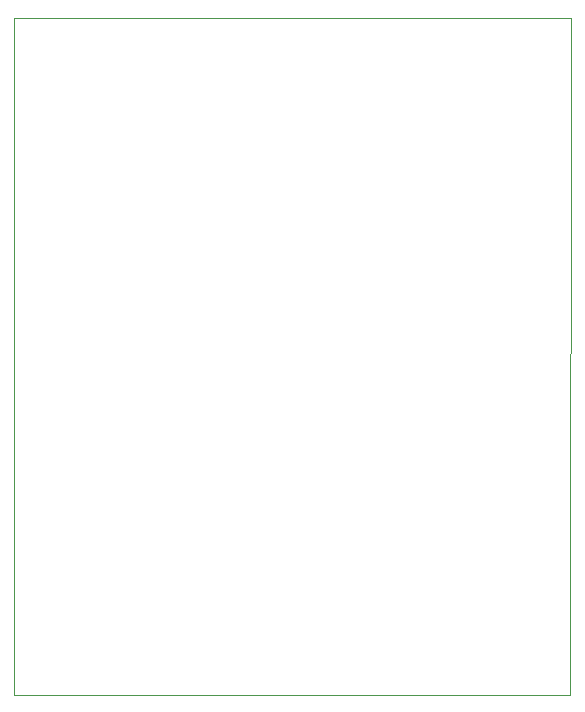
<source format=gbr>
%TF.GenerationSoftware,KiCad,Pcbnew,5.1.7-a382d34a8~88~ubuntu20.04.1*%
%TF.CreationDate,2021-01-11T19:53:58+01:00*%
%TF.ProjectId,BioElectricalSensor,42696f45-6c65-4637-9472-6963616c5365,rev?*%
%TF.SameCoordinates,Original*%
%TF.FileFunction,Profile,NP*%
%FSLAX46Y46*%
G04 Gerber Fmt 4.6, Leading zero omitted, Abs format (unit mm)*
G04 Created by KiCad (PCBNEW 5.1.7-a382d34a8~88~ubuntu20.04.1) date 2021-01-11 19:53:58*
%MOMM*%
%LPD*%
G01*
G04 APERTURE LIST*
%TA.AperFunction,Profile*%
%ADD10C,0.050000*%
%TD*%
G04 APERTURE END LIST*
D10*
X107769660Y-82872580D02*
X107833160Y-25532080D01*
X60716160Y-82872580D02*
X107769660Y-82872580D01*
X60716160Y-25595580D02*
X60716160Y-82872580D01*
X60716160Y-25595580D02*
X107833160Y-25532080D01*
M02*

</source>
